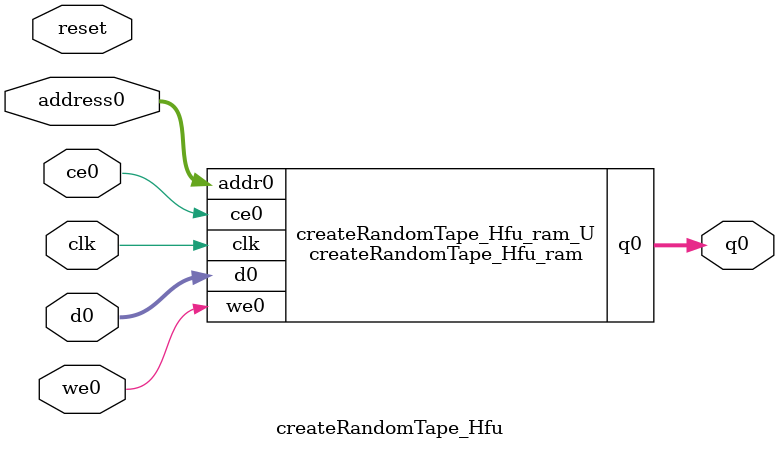
<source format=v>
`timescale 1 ns / 1 ps
module createRandomTape_Hfu_ram (addr0, ce0, d0, we0, q0,  clk);

parameter DWIDTH = 8;
parameter AWIDTH = 8;
parameter MEM_SIZE = 200;

input[AWIDTH-1:0] addr0;
input ce0;
input[DWIDTH-1:0] d0;
input we0;
output reg[DWIDTH-1:0] q0;
input clk;

(* ram_style = "block" *)reg [DWIDTH-1:0] ram[0:MEM_SIZE-1];




always @(posedge clk)  
begin 
    if (ce0) begin
        if (we0) 
            ram[addr0] <= d0; 
        q0 <= ram[addr0];
    end
end


endmodule

`timescale 1 ns / 1 ps
module createRandomTape_Hfu(
    reset,
    clk,
    address0,
    ce0,
    we0,
    d0,
    q0);

parameter DataWidth = 32'd8;
parameter AddressRange = 32'd200;
parameter AddressWidth = 32'd8;
input reset;
input clk;
input[AddressWidth - 1:0] address0;
input ce0;
input we0;
input[DataWidth - 1:0] d0;
output[DataWidth - 1:0] q0;



createRandomTape_Hfu_ram createRandomTape_Hfu_ram_U(
    .clk( clk ),
    .addr0( address0 ),
    .ce0( ce0 ),
    .we0( we0 ),
    .d0( d0 ),
    .q0( q0 ));

endmodule


</source>
